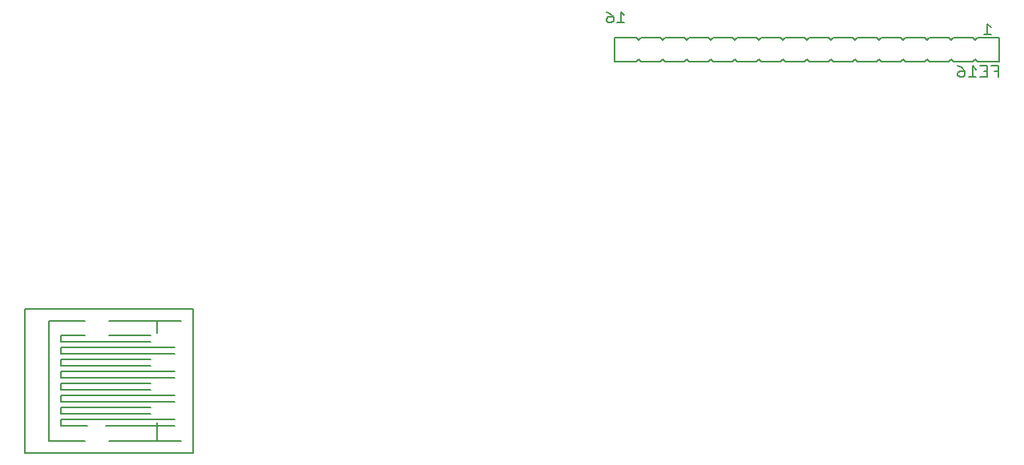
<source format=gbo>
G75*
%MOIN*%
%OFA0B0*%
%FSLAX25Y25*%
%IPPOS*%
%LPD*%
%AMOC8*
5,1,8,0,0,1.08239X$1,22.5*
%
%ADD10C,0.00500*%
%ADD11C,0.00600*%
D10*
X0001250Y0152197D02*
X0001250Y0212433D01*
X0071093Y0212433D01*
X0071093Y0152197D01*
X0001250Y0152197D01*
X0011093Y0157433D02*
X0011093Y0207433D01*
X0026093Y0207433D01*
X0026093Y0201183D02*
X0016093Y0201183D01*
X0016093Y0198683D01*
X0053593Y0198683D01*
X0053593Y0201183D02*
X0036093Y0201183D01*
X0036093Y0207433D02*
X0056093Y0207433D01*
X0056093Y0202433D01*
X0056093Y0207433D02*
X0066093Y0207433D01*
X0063593Y0196183D02*
X0016093Y0196183D01*
X0016093Y0193683D01*
X0063593Y0193683D01*
X0053593Y0191183D02*
X0016093Y0191183D01*
X0016093Y0188683D01*
X0053593Y0188683D01*
X0063593Y0186183D02*
X0016093Y0186183D01*
X0016093Y0183683D01*
X0063593Y0183683D01*
X0053593Y0181183D02*
X0016093Y0181183D01*
X0016093Y0178683D01*
X0053593Y0178683D01*
X0063593Y0176183D02*
X0016093Y0176183D01*
X0016093Y0173683D01*
X0063593Y0173683D01*
X0053593Y0171183D02*
X0016093Y0171183D01*
X0016093Y0168683D01*
X0053593Y0168683D01*
X0056093Y0164933D02*
X0056093Y0157433D01*
X0036093Y0157433D01*
X0034843Y0163683D02*
X0063593Y0163683D01*
X0063593Y0166183D02*
X0016093Y0166183D01*
X0016093Y0163683D01*
X0027343Y0163683D01*
X0026093Y0157433D02*
X0011093Y0157433D01*
X0056093Y0157433D02*
X0066093Y0157433D01*
X0243036Y0332334D02*
X0243787Y0331583D01*
X0245288Y0331583D01*
X0246039Y0332334D01*
X0246039Y0333835D01*
X0243787Y0333835D01*
X0243036Y0333084D01*
X0243036Y0332334D01*
X0244537Y0335336D02*
X0246039Y0333835D01*
X0244537Y0335336D02*
X0243036Y0336087D01*
X0249141Y0336087D02*
X0250643Y0334586D01*
X0249141Y0336087D02*
X0249141Y0331583D01*
X0247640Y0331583D02*
X0250643Y0331583D01*
X0389328Y0313587D02*
X0390829Y0312836D01*
X0392331Y0311335D01*
X0390079Y0311335D01*
X0389328Y0310584D01*
X0389328Y0309834D01*
X0390079Y0309083D01*
X0391580Y0309083D01*
X0392331Y0309834D01*
X0392331Y0311335D01*
X0393932Y0309083D02*
X0396935Y0309083D01*
X0395433Y0309083D02*
X0395433Y0313587D01*
X0396935Y0312086D01*
X0398536Y0313587D02*
X0401539Y0313587D01*
X0401539Y0309083D01*
X0398536Y0309083D01*
X0400037Y0311335D02*
X0401539Y0311335D01*
X0403140Y0313587D02*
X0406143Y0313587D01*
X0406143Y0309083D01*
X0406143Y0311335D02*
X0404641Y0311335D01*
X0403143Y0326583D02*
X0400140Y0326583D01*
X0401641Y0326583D02*
X0401641Y0331087D01*
X0403143Y0329586D01*
D11*
X0406393Y0325333D02*
X0397393Y0325333D01*
X0396393Y0324333D01*
X0395393Y0325333D01*
X0387393Y0325333D01*
X0386393Y0324333D01*
X0385393Y0325333D01*
X0377393Y0325333D01*
X0376393Y0324333D01*
X0375393Y0325333D01*
X0367393Y0325333D01*
X0366393Y0324333D01*
X0365393Y0325333D01*
X0357393Y0325333D01*
X0356393Y0324333D01*
X0355393Y0325333D01*
X0347393Y0325333D01*
X0346393Y0324333D01*
X0345393Y0325333D01*
X0337393Y0325333D01*
X0336393Y0324333D01*
X0335393Y0325333D01*
X0327393Y0325333D01*
X0326393Y0324333D01*
X0325393Y0325333D01*
X0317393Y0325333D01*
X0316393Y0324333D01*
X0315393Y0325333D01*
X0307393Y0325333D01*
X0306393Y0324333D01*
X0305393Y0325333D01*
X0297393Y0325333D01*
X0296393Y0324333D01*
X0295393Y0325333D01*
X0287393Y0325333D01*
X0286393Y0324333D01*
X0285393Y0325333D01*
X0277393Y0325333D01*
X0276393Y0324333D01*
X0275393Y0325333D01*
X0267393Y0325333D01*
X0266393Y0324333D01*
X0265393Y0325333D01*
X0257393Y0325333D01*
X0256393Y0324333D01*
X0255393Y0325333D01*
X0246393Y0325333D01*
X0246393Y0315333D01*
X0255393Y0315333D01*
X0256393Y0316333D01*
X0257393Y0315333D01*
X0265393Y0315333D01*
X0266393Y0316333D01*
X0267393Y0315333D01*
X0275393Y0315333D01*
X0276393Y0316333D01*
X0277393Y0315333D01*
X0285393Y0315333D01*
X0286393Y0316333D01*
X0287393Y0315333D01*
X0295393Y0315333D01*
X0296393Y0316333D01*
X0297393Y0315333D01*
X0305393Y0315333D01*
X0306393Y0316333D01*
X0307393Y0315333D01*
X0315393Y0315333D01*
X0316393Y0316333D01*
X0317393Y0315333D01*
X0325393Y0315333D01*
X0326393Y0316333D01*
X0327393Y0315333D01*
X0335393Y0315333D01*
X0336393Y0316333D01*
X0337393Y0315333D01*
X0345393Y0315333D01*
X0346393Y0316333D01*
X0347393Y0315333D01*
X0355393Y0315333D01*
X0356393Y0316333D01*
X0357393Y0315333D01*
X0365393Y0315333D01*
X0366393Y0316333D01*
X0367393Y0315333D01*
X0375393Y0315333D01*
X0376393Y0316333D01*
X0377393Y0315333D01*
X0385393Y0315333D01*
X0386393Y0316333D01*
X0387393Y0315333D01*
X0395393Y0315333D01*
X0396393Y0316333D01*
X0397393Y0315333D01*
X0406393Y0315333D01*
X0406393Y0325333D01*
M02*

</source>
